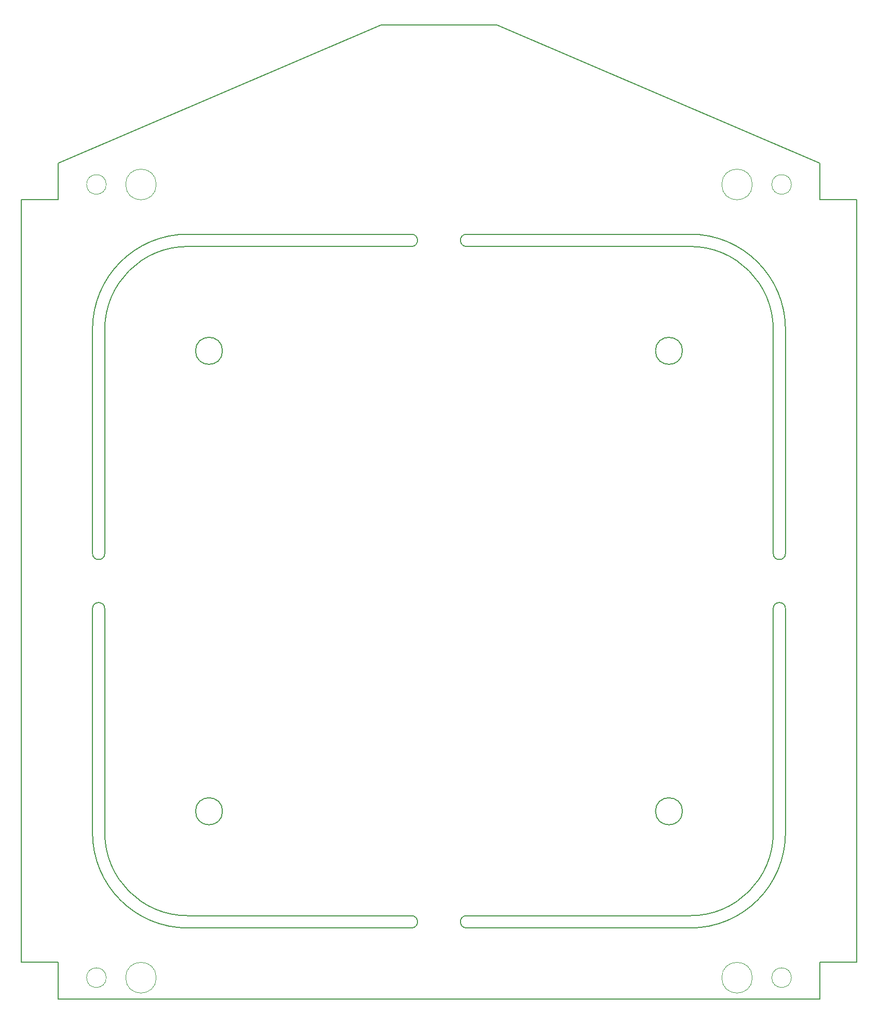
<source format=gbr>
%TF.GenerationSoftware,KiCad,Pcbnew,(5.1.9)-1*%
%TF.CreationDate,2021-07-06T15:25:53+10:00*%
%TF.ProjectId,MFD-panel,4d46442d-7061-46e6-956c-2e6b69636164,rev?*%
%TF.SameCoordinates,Original*%
%TF.FileFunction,Profile,NP*%
%FSLAX46Y46*%
G04 Gerber Fmt 4.6, Leading zero omitted, Abs format (unit mm)*
G04 Created by KiCad (PCBNEW (5.1.9)-1) date 2021-07-06 15:25:53*
%MOMM*%
%LPD*%
G01*
G04 APERTURE LIST*
%TA.AperFunction,Profile*%
%ADD10C,0.150000*%
%TD*%
%TA.AperFunction,Profile*%
%ADD11C,0.050000*%
%TD*%
G04 APERTURE END LIST*
D10*
X127100000Y-29600000D02*
X127100000Y-66100000D01*
X127100000Y-111600000D02*
X127100000Y-75100000D01*
X29600000Y-127100000D02*
X66100000Y-127100000D01*
X111600000Y-127100000D02*
X75100000Y-127100000D01*
X14100000Y-111600000D02*
X14100000Y-75100000D01*
X14100000Y-29600000D02*
X14100000Y-66100000D01*
X111600000Y-14100000D02*
X75100000Y-14100000D01*
X29600000Y-14100000D02*
X66100000Y-14100000D01*
D11*
X128068000Y-6000000D02*
G75*
G03*
X128068000Y-6000000I-1600000J0D01*
G01*
X16332000Y-6000000D02*
G75*
G03*
X16332000Y-6000000I-1600000J0D01*
G01*
X128068000Y-135200000D02*
G75*
G03*
X128068000Y-135200000I-1600000J0D01*
G01*
X16332000Y-135200000D02*
G75*
G03*
X16332000Y-135200000I-1600000J0D01*
G01*
D10*
X80000000Y20000000D02*
X132700000Y-2500000D01*
X80000000Y20000000D02*
X61200000Y20000000D01*
X61200000Y20000000D02*
X8500000Y-2500000D01*
X8500000Y-132700000D02*
X2500000Y-132700000D01*
X8500000Y-138700000D02*
X8500000Y-132700000D01*
X132700000Y-132700000D02*
X138700000Y-132700000D01*
X132700000Y-138700000D02*
X132700000Y-132700000D01*
X132700000Y-8500000D02*
X138700000Y-8500000D01*
X132700000Y-2500000D02*
X132700000Y-8500000D01*
X138700000Y-8500000D02*
X138700000Y-132700000D01*
X2500000Y-8500000D02*
X8500000Y-8500000D01*
X8500000Y-2500000D02*
X8500000Y-8500000D01*
D11*
X121700000Y-135200000D02*
G75*
G03*
X121700000Y-135200000I-2500000J0D01*
G01*
X24500000Y-135200000D02*
G75*
G03*
X24500000Y-135200000I-2500000J0D01*
G01*
X121700000Y-6000000D02*
G75*
G03*
X121700000Y-6000000I-2500000J0D01*
G01*
X24500000Y-6000000D02*
G75*
G03*
X24500000Y-6000000I-2500000J0D01*
G01*
D10*
X14100000Y-111600000D02*
G75*
G03*
X29600000Y-127100000I15500000J0D01*
G01*
X111600000Y-127100000D02*
G75*
G03*
X127100000Y-111600000I0J15500000D01*
G01*
X111600000Y-14100000D02*
G75*
G02*
X127100000Y-29600000I0J-15500000D01*
G01*
X14100000Y-29600000D02*
G75*
G02*
X29600000Y-14100000I15500000J0D01*
G01*
X8500000Y-138700000D02*
X132700000Y-138700000D01*
X2500000Y-8500000D02*
X2500000Y-132700000D01*
X125100000Y-75100000D02*
G75*
G02*
X127100000Y-75100000I1000000J0D01*
G01*
X127100000Y-66100000D02*
G75*
G02*
X125100000Y-66100000I-1000000J0D01*
G01*
X66100000Y-125100000D02*
G75*
G02*
X66100000Y-127100000I0J-1000000D01*
G01*
X75100000Y-127100000D02*
G75*
G02*
X75100000Y-125100000I0J1000000D01*
G01*
X16100000Y-66100000D02*
G75*
G02*
X14100000Y-66100000I-1000000J0D01*
G01*
X14100000Y-75100000D02*
G75*
G02*
X16100000Y-75100000I1000000J0D01*
G01*
X75100000Y-16100000D02*
G75*
G02*
X75100000Y-14100000I0J1000000D01*
G01*
X66100000Y-14100000D02*
G75*
G02*
X66100000Y-16100000I0J-1000000D01*
G01*
X29600000Y-125100000D02*
X66100000Y-125100000D01*
X111600000Y-125100000D02*
X75100000Y-125100000D01*
X125100000Y-111600000D02*
X125100000Y-75100000D01*
X125100000Y-29600000D02*
X125100000Y-66100000D01*
X16100000Y-29600000D02*
X16100000Y-66100000D01*
X16100000Y-111600000D02*
X16100000Y-75100000D01*
X111600000Y-16100000D02*
X75100000Y-16100000D01*
X35300000Y-108100000D02*
G75*
G03*
X35300000Y-108100000I-2200000J0D01*
G01*
X110300000Y-108100000D02*
G75*
G03*
X110300000Y-108100000I-2200000J0D01*
G01*
X110300000Y-33100000D02*
G75*
G03*
X110300000Y-33100000I-2200000J0D01*
G01*
X35300000Y-33100000D02*
G75*
G03*
X35300000Y-33100000I-2200000J0D01*
G01*
X29600000Y-125100000D02*
G75*
G02*
X16100000Y-111600000I0J13500000D01*
G01*
X125100000Y-111600000D02*
G75*
G02*
X111600000Y-125100000I-13500000J0D01*
G01*
X111600000Y-16100000D02*
G75*
G02*
X125100000Y-29600000I0J-13500000D01*
G01*
X16100000Y-29600000D02*
G75*
G02*
X29600000Y-16100000I13500000J0D01*
G01*
X29600000Y-16100000D02*
X66100000Y-16100000D01*
M02*

</source>
